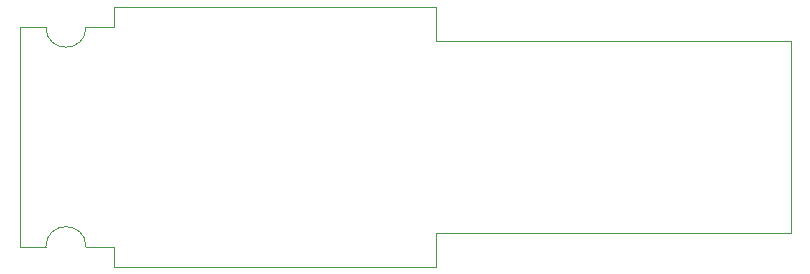
<source format=gm1>
G04*
G04 #@! TF.GenerationSoftware,Altium Limited,Altium Designer,24.10.1 (45)*
G04*
G04 Layer_Color=16711935*
%FSLAX44Y44*%
%MOMM*%
G71*
G04*
G04 #@! TF.SameCoordinates,0B8B6D01-8723-4DA0-AD69-83BFE1F98CA5*
G04*
G04*
G04 #@! TF.FilePolarity,Positive*
G04*
G01*
G75*
%ADD23C,0.1000*%
D23*
X22000Y93000D02*
G03*
X56000Y93000I17000J0D01*
G01*
Y-93000D02*
G03*
X22000Y-93000I-17000J0D01*
G01*
X0Y93000D02*
X22000D01*
X56000D02*
X80000D01*
X0Y-93000D02*
X22000D01*
X56000D02*
X80000D01*
Y93000D02*
Y110000D01*
X352500D01*
X0Y-93000D02*
Y93000D01*
X80000Y-110000D02*
Y-93000D01*
Y-110000D02*
X352500D01*
Y-81000D02*
X652500D01*
X352500Y-110000D02*
Y-81000D01*
Y81000D02*
Y110000D01*
Y81000D02*
X652500D01*
Y-81000D02*
Y81000D01*
M02*

</source>
